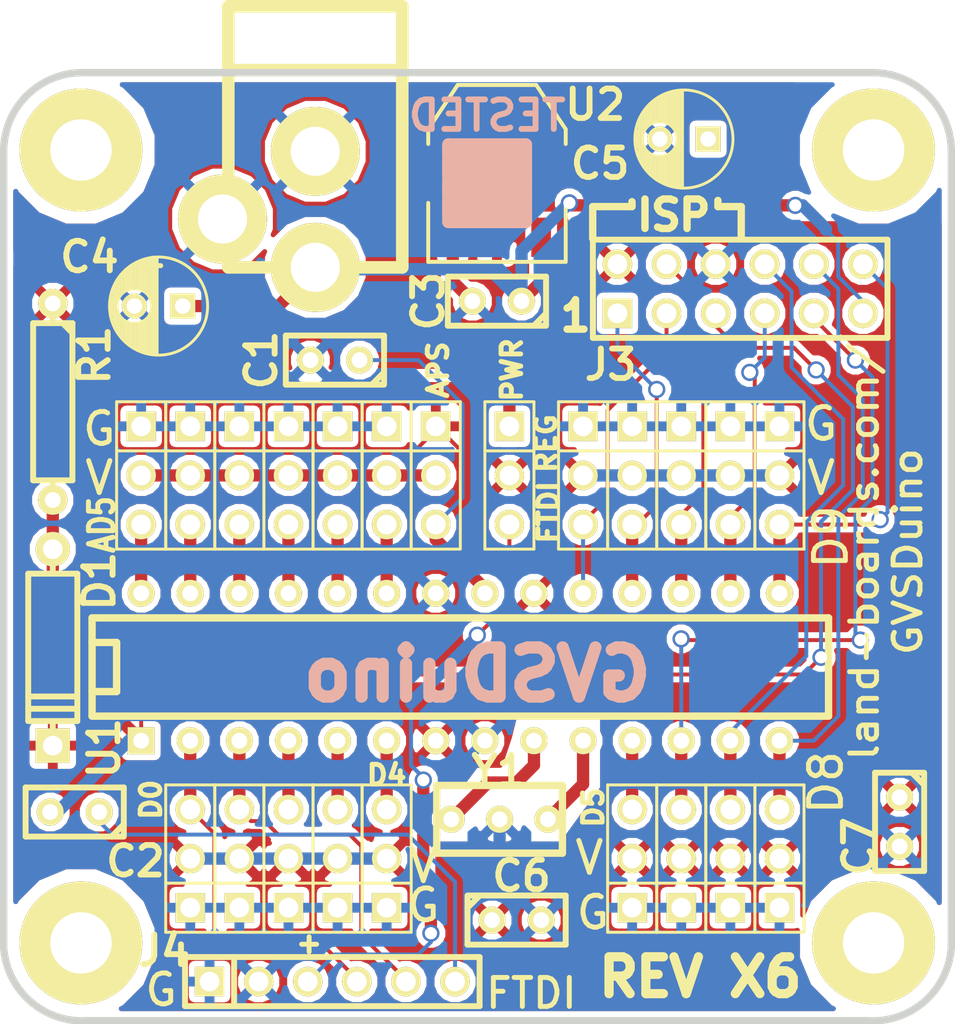
<source format=kicad_pcb>
(kicad_pcb (version 4) (host pcbnew "(after 2015-mar-04 BZR unknown)-product")
  (title_block (date "19 aug 2014"))
  (layers (0 Front signal) (31 Back signal) (36 B.SilkS user hide) (37 F.SilkS user) (38 B.Mask user) (39 F.Mask user) (44 Edge.Cuts user))
  (net 0 "")
  (net 1 +5V)
  (net 2 /AD0)
  (net 3 /AD1)
  (net 4 /AD2)
  (net 5 /AD3)
  (net 6 /AD4)
  (net 7 /AD5)
  (net 8 /AREF)
  (net 9 /D0)
  (net 10 /D1)
  (net 11 /D10)
  (net 12 /D11)
  (net 13 /D12)
  (net 14 /D13)
  (net 15 /D2)
  (net 16 /D3)
  (net 17 /D4)
  (net 18 /D5)
  (net 19 /D6)
  (net 20 /D7)
  (net 21 /D8)
  (net 22 /D9)
  (net 23 /RES0)
  (net 24 /RES1)
  (net 25 /RESET)
  (net 26 /VIN)
  (net 27 /VREG)
  (net 28 GND)
  (net 29 /FTDIRES)
  (net 30 "Net-(J1-Pad3)")
  (net 31 "Net-(K1-Pad2)")
  (module SOT223 (layer Front) (at 25.518 5.212)
    (fp_text reference U2 (at 5.08 -3.556) (layer F.SilkS) (effects (font (thickness 0.3048))))
    (fp_text value AP1117 hide)
    (pad 4 smd rect (at 0 -3.302) (size 3.6576 2.032) (layers Front F.Mask) (net 27 /VREG))
    (pad 2 smd rect (at 0 3.302) (size 1.016 2.032) (layers Front F.Mask) (net 27 /VREG))
    (pad 3 smd rect (at 2.286 3.302) (size 1.016 2.032) (layers Front F.Mask) (net 26 /VIN))
    (pad 1 smd rect (at -2.286 3.302) (size 1.016 2.032) (layers Front F.Mask) (net 28 GND))
  )
  (module C1 (layer Front) (at 25.518 11.816 180)
    (fp_text reference C3 (at 3.556 0 270) (layer F.SilkS) (effects (font (thickness 0.3048))))
    (fp_text value 0.1uF hide)
    (pad 1 thru_hole circle (at -1.27 0 180) (size 1.397 1.397) (drill 0.8128) (layers *.Cu *.Mask F.SilkS) (net 26 /VIN))
    (pad 2 thru_hole circle (at 1.27 0 180) (size 1.397 1.397) (drill 0.8128) (layers *.Cu *.Mask F.SilkS) (net 28 GND))
  )
  (module C1 (layer Front) (at 3.674 38.232 180)
    (fp_text reference C2 (at -3.144 -2.542 180) (layer F.SilkS) (effects (font (thickness 0.3048))))
    (fp_text value 0.1uF hide)
    (pad 1 thru_hole circle (at -1.27 0 180) (size 1.397 1.397) (drill 0.8128) (layers *.Cu *.Mask F.SilkS) (net 29 /FTDIRES))
    (pad 2 thru_hole circle (at 1.27 0 180) (size 1.397 1.397) (drill 0.8128) (layers *.Cu *.Mask F.SilkS) (net 25 /RESET))
  )
  (module C1 (layer Front) (at 17.136 14.864 180)
    (fp_text reference C1 (at 3.81 0 270) (layer F.SilkS) (effects (font (thickness 0.3048))))
    (fp_text value 0.1uF hide)
    (pad 1 thru_hole circle (at -1.27 0 180) (size 1.397 1.397) (drill 0.8128) (layers *.Cu *.Mask F.SilkS) (net 8 /AREF))
    (pad 2 thru_hole circle (at 1.27 0 180) (size 1.397 1.397) (drill 0.8128) (layers *.Cu *.Mask F.SilkS) (net 28 GND))
  )
  (module DIP-28__300 (layer Front) (at 23.622 30.734)
    (fp_text reference U1 (at -18.424 4.196 90) (layer F.SilkS) (effects (font (thickness 0.3048))))
    (fp_text value ATMEGA328-PU hide)
    (pad 2 thru_hole circle (at -13.97 3.81) (size 1.397 1.397) (drill 0.8128) (layers *.Cu *.Mask F.SilkS) (net 9 /D0))
    (pad 3 thru_hole circle (at -11.43 3.81) (size 1.397 1.397) (drill 0.8128) (layers *.Cu *.Mask F.SilkS) (net 10 /D1))
    (pad 4 thru_hole circle (at -8.89 3.81) (size 1.397 1.397) (drill 0.8128) (layers *.Cu *.Mask F.SilkS) (net 15 /D2))
    (pad 5 thru_hole circle (at -6.35 3.81) (size 1.397 1.397) (drill 0.8128) (layers *.Cu *.Mask F.SilkS) (net 16 /D3))
    (pad 6 thru_hole circle (at -3.81 3.81) (size 1.397 1.397) (drill 0.8128) (layers *.Cu *.Mask F.SilkS) (net 17 /D4))
    (pad 7 thru_hole circle (at -1.27 3.81) (size 1.397 1.397) (drill 0.8128) (layers *.Cu *.Mask F.SilkS) (net 1 +5V))
    (pad 8 thru_hole circle (at 1.27 3.81) (size 1.397 1.397) (drill 0.8128) (layers *.Cu *.Mask F.SilkS) (net 28 GND))
    (pad 9 thru_hole circle (at 3.81 3.81) (size 1.397 1.397) (drill 0.8128) (layers *.Cu *.Mask F.SilkS) (net 23 /RES0))
    (pad 10 thru_hole circle (at 6.35 3.81) (size 1.397 1.397) (drill 0.8128) (layers *.Cu *.Mask F.SilkS) (net 24 /RES1))
    (pad 11 thru_hole circle (at 8.89 3.81) (size 1.397 1.397) (drill 0.8128) (layers *.Cu *.Mask F.SilkS) (net 18 /D5))
    (pad 12 thru_hole circle (at 11.43 3.81) (size 1.397 1.397) (drill 0.8128) (layers *.Cu *.Mask F.SilkS) (net 19 /D6))
    (pad 13 thru_hole circle (at 13.97 3.81) (size 1.397 1.397) (drill 0.8128) (layers *.Cu *.Mask F.SilkS) (net 20 /D7))
    (pad 14 thru_hole circle (at 16.51 3.81) (size 1.397 1.397) (drill 0.8128) (layers *.Cu *.Mask F.SilkS) (net 21 /D8))
    (pad 1 thru_hole rect (at -16.51 3.81) (size 1.397 1.397) (drill 0.8128) (layers *.Cu *.Mask F.SilkS) (net 25 /RESET))
    (pad 15 thru_hole circle (at 16.51 -3.81) (size 1.397 1.397) (drill 0.8128) (layers *.Cu *.Mask F.SilkS) (net 22 /D9))
    (pad 16 thru_hole circle (at 13.97 -3.81) (size 1.397 1.397) (drill 0.8128) (layers *.Cu *.Mask F.SilkS) (net 11 /D10))
    (pad 17 thru_hole circle (at 11.43 -3.81) (size 1.397 1.397) (drill 0.8128) (layers *.Cu *.Mask F.SilkS) (net 12 /D11))
    (pad 18 thru_hole circle (at 8.89 -3.81) (size 1.397 1.397) (drill 0.8128) (layers *.Cu *.Mask F.SilkS) (net 13 /D12))
    (pad 19 thru_hole circle (at 6.35 -3.81) (size 1.397 1.397) (drill 0.8128) (layers *.Cu *.Mask F.SilkS) (net 14 /D13))
    (pad 20 thru_hole circle (at 3.81 -3.81) (size 1.397 1.397) (drill 0.8128) (layers *.Cu *.Mask F.SilkS) (net 1 +5V))
    (pad 21 thru_hole circle (at 1.27 -3.81) (size 1.397 1.397) (drill 0.8128) (layers *.Cu *.Mask F.SilkS) (net 8 /AREF))
    (pad 22 thru_hole circle (at -1.27 -3.81) (size 1.397 1.397) (drill 0.8128) (layers *.Cu *.Mask F.SilkS) (net 28 GND))
    (pad 23 thru_hole circle (at -3.81 -3.81) (size 1.397 1.397) (drill 0.8128) (layers *.Cu *.Mask F.SilkS) (net 2 /AD0))
    (pad 24 thru_hole circle (at -6.35 -3.81) (size 1.397 1.397) (drill 0.8128) (layers *.Cu *.Mask F.SilkS) (net 3 /AD1))
    (pad 25 thru_hole circle (at -8.89 -3.81) (size 1.397 1.397) (drill 0.8128) (layers *.Cu *.Mask F.SilkS) (net 4 /AD2))
    (pad 26 thru_hole circle (at -11.43 -3.81) (size 1.397 1.397) (drill 0.8128) (layers *.Cu *.Mask F.SilkS) (net 5 /AD3))
    (pad 27 thru_hole circle (at -13.97 -3.81) (size 1.397 1.397) (drill 0.8128) (layers *.Cu *.Mask F.SilkS) (net 6 /AD4))
    (pad 28 thru_hole circle (at -16.51 -3.81) (size 1.397 1.397) (drill 0.8128) (layers *.Cu *.Mask F.SilkS) (net 7 /AD5))
  )
  (module PIN_ARRAY-6X1 (layer Front) (at 17 47)
    (fp_text reference J4 (at -8.7 -1.6) (layer F.SilkS) (effects (font (thickness 0.3048))))
    (fp_text value CONN_6 hide)
    (pad 1 thru_hole rect (at -6.35 0) (size 1.524 1.524) (drill 1.016) (layers *.Cu *.Mask F.SilkS) (net 28 GND))
    (pad 2 thru_hole circle (at -3.81 0) (size 1.524 1.524) (drill 1.016) (layers *.Cu *.Mask F.SilkS) (net 28 GND))
    (pad 3 thru_hole circle (at -1.27 0) (size 1.524 1.524) (drill 1.016) (layers *.Cu *.Mask F.SilkS) (net 30 "Net-(J1-Pad3)"))
    (pad 4 thru_hole circle (at 1.27 0) (size 1.524 1.524) (drill 1.016) (layers *.Cu *.Mask F.SilkS) (net 9 /D0))
    (pad 5 thru_hole circle (at 3.81 0) (size 1.524 1.524) (drill 1.016) (layers *.Cu *.Mask F.SilkS) (net 10 /D1))
    (pad 6 thru_hole circle (at 6.35 0) (size 1.524 1.524) (drill 1.016) (layers *.Cu *.Mask F.SilkS) (net 29 /FTDIRES))
  )
  (module PIN_ARRAY_3X1 (layer Front) (at 19.812 40.64 90)
    (fp_text reference K11 hide)
    (fp_text value CONN_3 hide)
    (pad 1 thru_hole rect (at -2.54 0 90) (size 1.524 1.524) (drill 1.016) (layers *.Cu *.Mask F.SilkS) (net 28 GND))
    (pad 2 thru_hole circle (at 0 0 90) (size 1.524 1.524) (drill 1.016) (layers *.Cu *.Mask F.SilkS) (net 1 +5V))
    (pad 3 thru_hole circle (at 2.54 0 90) (size 1.524 1.524) (drill 1.016) (layers *.Cu *.Mask F.SilkS) (net 17 /D4))
  )
  (module PIN_ARRAY_3X1 (layer Front) (at 29.972 20.828 270)
    (fp_text reference K20 hide)
    (fp_text value CONN_3 hide)
    (pad 1 thru_hole rect (at -2.54 0 270) (size 1.524 1.524) (drill 1.016) (layers *.Cu *.Mask F.SilkS) (net 28 GND))
    (pad 2 thru_hole circle (at 0 0 270) (size 1.524 1.524) (drill 1.016) (layers *.Cu *.Mask F.SilkS) (net 1 +5V))
    (pad 3 thru_hole circle (at 2.54 0 270) (size 1.524 1.524) (drill 1.016) (layers *.Cu *.Mask F.SilkS) (net 14 /D13))
  )
  (module PIN_ARRAY_3X1 (layer Front) (at 32.512 20.828 270)
    (fp_text reference K19 hide)
    (fp_text value CONN_3 hide)
    (pad 1 thru_hole rect (at -2.54 0 270) (size 1.524 1.524) (drill 1.016) (layers *.Cu *.Mask F.SilkS) (net 28 GND))
    (pad 2 thru_hole circle (at 0 0 270) (size 1.524 1.524) (drill 1.016) (layers *.Cu *.Mask F.SilkS) (net 1 +5V))
    (pad 3 thru_hole circle (at 2.54 0 270) (size 1.524 1.524) (drill 1.016) (layers *.Cu *.Mask F.SilkS) (net 13 /D12))
  )
  (module PIN_ARRAY_3X1 (layer Front) (at 35.052 20.828 270)
    (fp_text reference K18 hide)
    (fp_text value CONN_3 hide)
    (pad 1 thru_hole rect (at -2.54 0 270) (size 1.524 1.524) (drill 1.016) (layers *.Cu *.Mask F.SilkS) (net 28 GND))
    (pad 2 thru_hole circle (at 0 0 270) (size 1.524 1.524) (drill 1.016) (layers *.Cu *.Mask F.SilkS) (net 1 +5V))
    (pad 3 thru_hole circle (at 2.54 0 270) (size 1.524 1.524) (drill 1.016) (layers *.Cu *.Mask F.SilkS) (net 12 /D11))
  )
  (module PIN_ARRAY_3X1 (layer Front) (at 37.592 20.828 270)
    (fp_text reference K17 hide)
    (fp_text value CONN_3 hide)
    (pad 1 thru_hole rect (at -2.54 0 270) (size 1.524 1.524) (drill 1.016) (layers *.Cu *.Mask F.SilkS) (net 28 GND))
    (pad 2 thru_hole circle (at 0 0 270) (size 1.524 1.524) (drill 1.016) (layers *.Cu *.Mask F.SilkS) (net 1 +5V))
    (pad 3 thru_hole circle (at 2.54 0 270) (size 1.524 1.524) (drill 1.016) (layers *.Cu *.Mask F.SilkS) (net 11 /D10))
  )
  (module PIN_ARRAY_3X1 (layer Front) (at 40.132 20.828 270)
    (fp_text reference K16 hide)
    (fp_text value CONN_3 hide)
    (pad 1 thru_hole rect (at -2.54 0 270) (size 1.524 1.524) (drill 1.016) (layers *.Cu *.Mask F.SilkS) (net 28 GND))
    (pad 2 thru_hole circle (at 0 0 270) (size 1.524 1.524) (drill 1.016) (layers *.Cu *.Mask F.SilkS) (net 1 +5V))
    (pad 3 thru_hole circle (at 2.54 0 270) (size 1.524 1.524) (drill 1.016) (layers *.Cu *.Mask F.SilkS) (net 22 /D9))
  )
  (module PIN_ARRAY_3X1 (layer Front) (at 40.132 40.64 90)
    (fp_text reference K15 hide)
    (fp_text value CONN_3 hide)
    (pad 1 thru_hole rect (at -2.54 0 90) (size 1.524 1.524) (drill 1.016) (layers *.Cu *.Mask F.SilkS) (net 28 GND))
    (pad 2 thru_hole circle (at 0 0 90) (size 1.524 1.524) (drill 1.016) (layers *.Cu *.Mask F.SilkS) (net 1 +5V))
    (pad 3 thru_hole circle (at 2.54 0 90) (size 1.524 1.524) (drill 1.016) (layers *.Cu *.Mask F.SilkS) (net 21 /D8))
  )
  (module PIN_ARRAY_3X1 (layer Front) (at 37.592 40.64 90)
    (fp_text reference K14 hide)
    (fp_text value CONN_3 hide)
    (pad 1 thru_hole rect (at -2.54 0 90) (size 1.524 1.524) (drill 1.016) (layers *.Cu *.Mask F.SilkS) (net 28 GND))
    (pad 2 thru_hole circle (at 0 0 90) (size 1.524 1.524) (drill 1.016) (layers *.Cu *.Mask F.SilkS) (net 1 +5V))
    (pad 3 thru_hole circle (at 2.54 0 90) (size 1.524 1.524) (drill 1.016) (layers *.Cu *.Mask F.SilkS) (net 20 /D7))
  )
  (module PIN_ARRAY_3X1 (layer Front) (at 35.052 40.64 90)
    (fp_text reference K13 hide)
    (fp_text value CONN_3 hide)
    (pad 1 thru_hole rect (at -2.54 0 90) (size 1.524 1.524) (drill 1.016) (layers *.Cu *.Mask F.SilkS) (net 28 GND))
    (pad 2 thru_hole circle (at 0 0 90) (size 1.524 1.524) (drill 1.016) (layers *.Cu *.Mask F.SilkS) (net 1 +5V))
    (pad 3 thru_hole circle (at 2.54 0 90) (size 1.524 1.524) (drill 1.016) (layers *.Cu *.Mask F.SilkS) (net 19 /D6))
  )
  (module PIN_ARRAY_3X1 (layer Front) (at 32.512 40.64 90)
    (fp_text reference K12 hide)
    (fp_text value CONN_3 hide)
    (pad 1 thru_hole rect (at -2.54 0 90) (size 1.524 1.524) (drill 1.016) (layers *.Cu *.Mask F.SilkS) (net 28 GND))
    (pad 2 thru_hole circle (at 0 0 90) (size 1.524 1.524) (drill 1.016) (layers *.Cu *.Mask F.SilkS) (net 1 +5V))
    (pad 3 thru_hole circle (at 2.54 0 90) (size 1.524 1.524) (drill 1.016) (layers *.Cu *.Mask F.SilkS) (net 18 /D5))
  )
  (module PIN_ARRAY_3X1 (layer Front) (at 19.812 20.828 270)
    (fp_text reference K1 hide)
    (fp_text value CONN_3 hide)
    (pad 1 thru_hole rect (at -2.54 0 270) (size 1.524 1.524) (drill 1.016) (layers *.Cu *.Mask F.SilkS) (net 28 GND))
    (pad 2 thru_hole circle (at 0 0 270) (size 1.524 1.524) (drill 1.016) (layers *.Cu *.Mask F.SilkS) (net 31 "Net-(K1-Pad2)"))
    (pad 3 thru_hole circle (at 2.54 0 270) (size 1.524 1.524) (drill 1.016) (layers *.Cu *.Mask F.SilkS) (net 2 /AD0))
  )
  (module PIN_ARRAY_3X1 (layer Front) (at 17.272 40.64 90)
    (fp_text reference K10 hide)
    (fp_text value CONN_3 hide)
    (pad 1 thru_hole rect (at -2.54 0 90) (size 1.524 1.524) (drill 1.016) (layers *.Cu *.Mask F.SilkS) (net 28 GND))
    (pad 2 thru_hole circle (at 0 0 90) (size 1.524 1.524) (drill 1.016) (layers *.Cu *.Mask F.SilkS) (net 1 +5V))
    (pad 3 thru_hole circle (at 2.54 0 90) (size 1.524 1.524) (drill 1.016) (layers *.Cu *.Mask F.SilkS) (net 16 /D3))
  )
  (module PIN_ARRAY_3X1 (layer Front) (at 14.732 40.64 90)
    (fp_text reference K9 hide)
    (fp_text value CONN_3 hide)
    (pad 1 thru_hole rect (at -2.54 0 90) (size 1.524 1.524) (drill 1.016) (layers *.Cu *.Mask F.SilkS) (net 28 GND))
    (pad 2 thru_hole circle (at 0 0 90) (size 1.524 1.524) (drill 1.016) (layers *.Cu *.Mask F.SilkS) (net 1 +5V))
    (pad 3 thru_hole circle (at 2.54 0 90) (size 1.524 1.524) (drill 1.016) (layers *.Cu *.Mask F.SilkS) (net 15 /D2))
  )
  (module PIN_ARRAY_3X1 (layer Front) (at 12.192 40.64 90)
    (fp_text reference K8 hide)
    (fp_text value CONN_3 hide)
    (pad 1 thru_hole rect (at -2.54 0 90) (size 1.524 1.524) (drill 1.016) (layers *.Cu *.Mask F.SilkS) (net 28 GND))
    (pad 2 thru_hole circle (at 0 0 90) (size 1.524 1.524) (drill 1.016) (layers *.Cu *.Mask F.SilkS) (net 1 +5V))
    (pad 3 thru_hole circle (at 2.54 0 90) (size 1.524 1.524) (drill 1.016) (layers *.Cu *.Mask F.SilkS) (net 10 /D1))
  )
  (module PIN_ARRAY_3X1 (layer Front) (at 9.652 40.64 90)
    (fp_text reference K7 hide)
    (fp_text value CONN_3 hide)
    (pad 1 thru_hole rect (at -2.54 0 90) (size 1.524 1.524) (drill 1.016) (layers *.Cu *.Mask F.SilkS) (net 28 GND))
    (pad 2 thru_hole circle (at 0 0 90) (size 1.524 1.524) (drill 1.016) (layers *.Cu *.Mask F.SilkS) (net 1 +5V))
    (pad 3 thru_hole circle (at 2.54 0 90) (size 1.524 1.524) (drill 1.016) (layers *.Cu *.Mask F.SilkS) (net 9 /D0))
  )
  (module PIN_ARRAY_3X1 (layer Front) (at 7.112 20.828 270)
    (fp_text reference K6 hide)
    (fp_text value CONN_3 hide)
    (pad 1 thru_hole rect (at -2.54 0 270) (size 1.524 1.524) (drill 1.016) (layers *.Cu *.Mask F.SilkS) (net 28 GND))
    (pad 2 thru_hole circle (at 0 0 270) (size 1.524 1.524) (drill 1.016) (layers *.Cu *.Mask F.SilkS) (net 31 "Net-(K1-Pad2)"))
    (pad 3 thru_hole circle (at 2.54 0 270) (size 1.524 1.524) (drill 1.016) (layers *.Cu *.Mask F.SilkS) (net 7 /AD5))
  )
  (module PIN_ARRAY_3X1 (layer Front) (at 9.652 20.828 270)
    (fp_text reference K5 hide)
    (fp_text value CONN_3 hide)
    (pad 1 thru_hole rect (at -2.54 0 270) (size 1.524 1.524) (drill 1.016) (layers *.Cu *.Mask F.SilkS) (net 28 GND))
    (pad 2 thru_hole circle (at 0 0 270) (size 1.524 1.524) (drill 1.016) (layers *.Cu *.Mask F.SilkS) (net 31 "Net-(K1-Pad2)"))
    (pad 3 thru_hole circle (at 2.54 0 270) (size 1.524 1.524) (drill 1.016) (layers *.Cu *.Mask F.SilkS) (net 6 /AD4))
  )
  (module PIN_ARRAY_3X1 (layer Front) (at 12.192 20.828 270)
    (fp_text reference K4 hide)
    (fp_text value CONN_3 hide)
    (pad 1 thru_hole rect (at -2.54 0 270) (size 1.524 1.524) (drill 1.016) (layers *.Cu *.Mask F.SilkS) (net 28 GND))
    (pad 2 thru_hole circle (at 0 0 270) (size 1.524 1.524) (drill 1.016) (layers *.Cu *.Mask F.SilkS) (net 31 "Net-(K1-Pad2)"))
    (pad 3 thru_hole circle (at 2.54 0 270) (size 1.524 1.524) (drill 1.016) (layers *.Cu *.Mask F.SilkS) (net 5 /AD3))
  )
  (module PIN_ARRAY_3X1 (layer Front) (at 14.732 20.828 270)
    (fp_text reference K3 hide)
    (fp_text value CONN_3 hide)
    (pad 1 thru_hole rect (at -2.54 0 270) (size 1.524 1.524) (drill 1.016) (layers *.Cu *.Mask F.SilkS) (net 28 GND))
    (pad 2 thru_hole circle (at 0 0 270) (size 1.524 1.524) (drill 1.016) (layers *.Cu *.Mask F.SilkS) (net 31 "Net-(K1-Pad2)"))
    (pad 3 thru_hole circle (at 2.54 0 270) (size 1.524 1.524) (drill 1.016) (layers *.Cu *.Mask F.SilkS) (net 4 /AD2))
  )
  (module PIN_ARRAY_3X1 (layer Front) (at 17.272 20.828 270)
    (fp_text reference K2 hide)
    (fp_text value CONN_3 hide)
    (pad 1 thru_hole rect (at -2.54 0 270) (size 1.524 1.524) (drill 1.016) (layers *.Cu *.Mask F.SilkS) (net 28 GND))
    (pad 2 thru_hole circle (at 0 0 270) (size 1.524 1.524) (drill 1.016) (layers *.Cu *.Mask F.SilkS) (net 31 "Net-(K1-Pad2)"))
    (pad 3 thru_hole circle (at 2.54 0 270) (size 1.524 1.524) (drill 1.016) (layers *.Cu *.Mask F.SilkS) (net 3 /AD1))
  )
  (module D4 (layer Front) (at 2.54 29.718 270)
    (fp_text reference D1 (at -3.424 -2.404 270) (layer F.SilkS) (effects (font (thickness 0.3048))))
    (fp_text value 1N4004 hide)
    (pad 1 thru_hole circle (at -5.08 0 270) (size 1.778 1.778) (drill 1.016) (layers *.Cu *.Mask F.SilkS) (net 25 /RESET))
    (pad 2 thru_hole rect (at 5.08 0 270) (size 1.778 1.778) (drill 1.016) (layers *.Cu *.Mask F.SilkS) (net 1 +5V))
  )
  (module R4 (layer Front) (at 2.54 17.018 270)
    (fp_text reference R1 (at -2.408 -2.15 270) (layer F.SilkS) (effects (font (thickness 0.3048))))
    (fp_text value 10K hide)
    (pad 1 thru_hole circle (at -5.08 0 270) (size 1.524 1.524) (drill 0.8128) (layers *.Cu *.Mask F.SilkS) (net 1 +5V))
    (pad 2 thru_hole circle (at 5.08 0 270) (size 1.524 1.524) (drill 0.8128) (layers *.Cu *.Mask F.SilkS) (net 25 /RESET))
  )
  (module PIN_ARRAY_3X1 (layer Front) (at 22.352 20.828 270)
    (fp_text reference K21 hide)
    (fp_text value CONN_3 hide)
    (pad 1 thru_hole rect (at -2.54 0 270) (size 1.524 1.524) (drill 1.016) (layers *.Cu *.Mask F.SilkS) (net 1 +5V))
    (pad 2 thru_hole circle (at 0 0 270) (size 1.524 1.524) (drill 1.016) (layers *.Cu *.Mask F.SilkS) (net 31 "Net-(K1-Pad2)"))
    (pad 3 thru_hole circle (at 2.54 0 270) (size 1.524 1.524) (drill 1.016) (layers *.Cu *.Mask F.SilkS) (net 8 /AREF))
  )
  (module PIN_ARRAY_3X1 (layer Front) (at 26.162 20.828 270)
    (fp_text reference J1 hide)
    (fp_text value CONN_3 hide)
    (pad 1 thru_hole rect (at -2.54 0 270) (size 1.524 1.524) (drill 1.016) (layers *.Cu *.Mask F.SilkS) (net 27 /VREG))
    (pad 2 thru_hole circle (at 0 0 270) (size 1.524 1.524) (drill 1.016) (layers *.Cu *.Mask F.SilkS) (net 1 +5V))
    (pad 3 thru_hole circle (at 2.54 0 270) (size 1.524 1.524) (drill 1.016) (layers *.Cu *.Mask F.SilkS) (net 30 "Net-(J1-Pad3)"))
  )
  (module RESON_3PIN (layer Front) (at 25.654 38.608 270)
    (fp_text reference Y1 (at -2.49936 0.0508 360) (layer F.SilkS) (effects (font (thickness 0.3048))))
    (fp_text value 16MHz hide)
    (pad 3 thru_hole circle (at 0 -2.49936) (size 1.397 1.397) (drill 0.8128) (layers *.Cu *.Mask F.SilkS) (net 24 /RES1))
    (pad 1 thru_hole circle (at 0 2.49936) (size 1.397 1.397) (drill 0.8128) (layers *.Cu *.Mask F.SilkS) (net 23 /RES0))
    (pad 2 thru_hole circle (at 0 0) (size 1.397 1.397) (drill 0.8128) (layers *.Cu *.Mask F.SilkS) (net 28 GND))
  )
  (module pin_array_6x2 (layer Front) (at 38.1 11.176)
    (fp_text reference J3 (at -6.7 3.924) (layer F.SilkS) (effects (font (thickness 0.3048))))
    (fp_text value CONN_6X2 hide)
    (pad 1 thru_hole rect (at -6.35 1.27) (size 1.524 1.524) (drill 1.016) (layers *.Cu *.Mask F.SilkS) (net 13 /D12))
    (pad 2 thru_hole circle (at -6.35 -1.27) (size 1.524 1.524) (drill 1.016) (layers *.Cu *.Mask F.SilkS) (net 1 +5V))
    (pad 3 thru_hole circle (at -3.81 1.27) (size 1.524 1.524) (drill 1.016) (layers *.Cu *.Mask F.SilkS) (net 14 /D13))
    (pad 4 thru_hole circle (at -3.81 -1.27) (size 1.524 1.524) (drill 1.016) (layers *.Cu *.Mask F.SilkS) (net 12 /D11))
    (pad 5 thru_hole circle (at -1.27 1.27) (size 1.524 1.524) (drill 1.016) (layers *.Cu *.Mask F.SilkS) (net 25 /RESET))
    (pad 6 thru_hole circle (at -1.27 -1.27) (size 1.524 1.524) (drill 1.016) (layers *.Cu *.Mask F.SilkS) (net 28 GND))
    (pad 7 thru_hole circle (at 1.27 1.27) (size 1.524 1.524) (drill 1.016) (layers *.Cu *.Mask F.SilkS) (net 11 /D10))
    (pad 8 thru_hole circle (at 1.27 -1.27) (size 1.524 1.524) (drill 1.016) (layers *.Cu *.Mask F.SilkS) (net 20 /D7))
    (pad 9 thru_hole circle (at 3.81 1.27) (size 1.524 1.524) (drill 1.016) (layers *.Cu *.Mask F.SilkS) (net 19 /D6))
    (pad 10 thru_hole circle (at 3.81 -1.27) (size 1.524 1.524) (drill 1.016) (layers *.Cu *.Mask F.SilkS) (net 21 /D8))
    (pad 11 thru_hole circle (at 6.35 1.27) (size 1.524 1.524) (drill 1.016) (layers *.Cu *.Mask F.SilkS) (net 26 /VIN))
    (pad 12 thru_hole circle (at 6.35 -1.27) (size 1.524 1.524) (drill 1.016) (layers *.Cu *.Mask F.SilkS) (net 22 /D9))
  )
  (module C1 (layer Front) (at 26.534 43.82)
    (fp_text reference C6 (at 0.254 -2.286) (layer F.SilkS) (effects (font (thickness 0.3048))))
    (fp_text value 0.1uF hide)
    (pad 1 thru_hole circle (at -1.27 0) (size 1.397 1.397) (drill 0.8128) (layers *.Cu *.Mask F.SilkS) (net 1 +5V))
    (pad 2 thru_hole circle (at 1.27 0) (size 1.397 1.397) (drill 0.8128) (layers *.Cu *.Mask F.SilkS) (net 28 GND))
  )
  (module C1 (layer Front) (at 46.346 38.74 270)
    (fp_text reference C7 (at 1.27 2.0955 270) (layer F.SilkS) (effects (font (thickness 0.3048))))
    (fp_text value 0.1uF hide)
    (pad 1 thru_hole circle (at -1.27 0 270) (size 1.397 1.397) (drill 0.8128) (layers *.Cu *.Mask F.SilkS) (net 1 +5V))
    (pad 2 thru_hole circle (at 1.27 0 270) (size 1.397 1.397) (drill 0.8128) (layers *.Cu *.Mask F.SilkS) (net 28 GND))
  )
  (module MTG-4-40 (layer Front) (at 4 4)
    (fp_text reference MTG1 hide)
    (fp_text value CONN_1 hide)
    (pad 1 thru_hole circle (at 0 0) (size 6.35 6.35) (drill 3.175) (layers *.Cu *.Mask F.SilkS) (clearance 0.635))
  )
  (module MTG-4-40 (layer Front) (at 45 4)
    (fp_text reference MTG2 hide)
    (fp_text value CONN_1 hide)
    (pad 1 thru_hole circle (at 0 0) (size 6.35 6.35) (drill 3.175) (layers *.Cu *.Mask F.SilkS) (clearance 0.635))
  )
  (module MTG-4-40 (layer Front) (at 45 45)
    (fp_text reference MTG4 hide)
    (fp_text value CONN_1 hide)
    (pad 1 thru_hole circle (at 0 0) (size 6.35 6.35) (drill 3.175) (layers *.Cu *.Mask F.SilkS) (clearance 0.635))
  )
  (module MTG-4-40 (layer Front) (at 4 45)
    (fp_text reference MTG3 hide)
    (fp_text value CONN_1 hide)
    (pad 1 thru_hole circle (at 0 0) (size 6.35 6.35) (drill 3.175) (layers *.Cu *.Mask F.SilkS) (clearance 0.635))
  )
  (module DougsNewMods:TEST_BLK-REAR (layer Front) (at 25.01 5.72)
    (fp_text reference TESTED (at 0 -3.5) (layer B.SilkS) (effects (font (thickness 0.3048)) (justify mirror)))
    (fp_text value VAL** hide)
  )
  (module Capacitors_ThroughHole:C_Radial_D5_L11_P2.5 (layer Front) (at 9.262 12.07 180)
    (fp_text reference C4 (at 4.826 2.54 180) (layer F.SilkS) (effects (font (thickness 0.3048))))
    (fp_text value CP1 hide)
    (pad 1 thru_hole rect (at 0 0 180) (size 1.3 1.3) (drill 0.8) (layers *.Cu *.Mask F.SilkS) (net 26 /VIN))
    (pad 2 thru_hole circle (at 2.5 0 180) (size 1.3 1.3) (drill 0.8) (layers *.Cu *.Mask F.SilkS) (net 28 GND))
  )
  (module Capacitors_ThroughHole:C_Radial_D5_L11_P2.5 (layer Front) (at 36.44 3.434 180)
    (fp_text reference C5 (at 5.588 -1.27 180) (layer F.SilkS) (effects (font (thickness 0.3048))))
    (fp_text value CP1 hide)
    (pad 1 thru_hole rect (at 0 0 180) (size 1.3 1.3) (drill 0.8) (layers *.Cu *.Mask F.SilkS))
    (pad 2 thru_hole circle (at 2.5 0 180) (size 1.3 1.3) (drill 0.8) (layers *.Cu *.Mask F.SilkS) (net 28 GND))
  )
  (module DCJ-NEW (layer Front) (at 16.12 4.069 270)
    (fp_text reference J2 hide)
    (fp_text value DCJ0202 hide)
    (pad 2 thru_hole circle (at 0 0 270) (size 4.6 4.6) (drill 2.54) (layers *.Cu *.Mask F.SilkS) (net 28 GND))
    (pad 1 thru_hole circle (at 6 0 270) (size 4.6 4.6) (drill 2.54) (layers *.Cu *.Mask F.SilkS) (net 26 /VIN))
    (pad 3 thru_hole circle (at 3.5 4.8 270) (size 4.6 4.6) (drill 2.54) (layers *.Cu *.Mask F.SilkS) (net 28 GND))
  )
  (gr_text V (at 21.708 41.026) (layer F.SilkS) (effects (font (size 1.651 1.651) (thickness 0.254))))
  (gr_text G (at 21.708 43.058) (layer F.SilkS) (effects (font (size 1.651 1.651) (thickness 0.254))))
  (gr_text V (at 4.944 20.96) (layer F.SilkS) (effects (font (size 1.651 1.651) (thickness 0.254))))
  (gr_text G (at 4.944 18.42) (layer F.SilkS) (effects (font (size 1.651 1.651) (thickness 0.254))))
  (gr_text V (at 42.282 20.96) (layer F.SilkS) (effects (font (size 1.651 1.651) (thickness 0.254))))
  (gr_text G (at 42.282 18.166) (layer F.SilkS) (effects (font (size 1.651 1.651) (thickness 0.254))))
  (gr_text PWR (at 26.289 15.367 90) (layer F.SilkS) (effects (font (size 1.016 1.016) (thickness 0.254))))
  (gr_text 1 (at 29.582 12.578) (layer F.SilkS) (effects (font (thickness 0.381))))
  (gr_line (start 32.503 6.736) (end 32.503 6.6725) (angle 90) (layer F.SilkS) (width 0.381))
  (gr_line (start 36.948 6.9265) (end 36.948 6.609) (angle 90) (layer F.SilkS) (width 0.381))
  (gr_line (start 38.1545 6.9265) (end 36.948 6.9265) (angle 90) (layer F.SilkS) (width 0.381))
  (gr_line (start 38.1545 8.5775) (end 38.1545 6.9265) (angle 90) (layer F.SilkS) (width 0.381))
  (gr_line (start 32.503 6.9265) (end 32.503 6.7995) (angle 90) (layer F.SilkS) (width 0.381))
  (gr_line (start 30.471 6.9265) (end 32.503 6.9265) (angle 90) (layer F.SilkS) (width 0.381))
  (gr_line (start 30.471 8.5775) (end 30.471 6.9265) (angle 90) (layer F.SilkS) (width 0.381))
  (gr_text APS (at 22.47 15.372 90) (layer F.SilkS) (effects (font (size 1.016 1.016) (thickness 0.254))))
  (gr_text GVSDuino (at 24.502 31.12) (layer B.SilkS) (effects (font (size 2.54 2.54) (thickness 0.635)) (justify mirror)))
  (gr_text "REV X6" (at 36.0336 46.7664) (layer F.SilkS) (effects (font (size 1.905 1.905) (thickness 0.47625))))
  (gr_text ISP (at 34.662 7.371) (layer F.SilkS) (effects (font (thickness 0.381))))
  (gr_text + (at 7.738 9.911) (layer F.SilkS) (effects (font (size 1.016 1.016) (thickness 0.254))))
  (gr_text V (at 30.3 40.6) (layer F.SilkS) (effects (font (size 1.651 1.651) (thickness 0.254))))
  (gr_text D8 (at 42.536 36.708 90) (layer F.SilkS) (effects (font (size 1.651 1.651) (thickness 0.254))))
  (gr_text "land-boards.com/\nGVSDuino" (at 45.6475 24.77 90) (layer F.SilkS) (effects (font (size 1.397 1.524) (thickness 0.254))))
  (gr_text FTDI (at 28.194 22.733 90) (layer F.SilkS) (effects (font (size 1.016 1.016) (thickness 0.254))))
  (gr_text REG (at 28.067 19.177 90) (layer F.SilkS) (effects (font (size 1.016 1.016) (thickness 0.254))))
  (gr_line (start 44.704 49.022) (end 4.318 49.022) (angle 90) (layer Edge.Cuts) (width 0.381))
  (gr_line (start 49.022 4.064) (end 49.022 45.212) (angle 90) (layer Edge.Cuts) (width 0.381))
  (gr_line (start 4.064 0) (end 44.958 0) (angle 90) (layer Edge.Cuts) (width 0.381))
  (gr_line (start 0 45.212) (end 0 4.064) (angle 90) (layer Edge.Cuts) (width 0.381))
  (gr_arc (start 4.064 44.958) (end 4.318 49.022) (angle 90) (layer Edge.Cuts) (width 0.381))
  (gr_arc (start 44.958 44.958) (end 49.022 45.212) (angle 90) (layer Edge.Cuts) (width 0.381))
  (gr_arc (start 44.958 4.064) (end 44.958 0) (angle 90) (layer Edge.Cuts) (width 0.381))
  (gr_arc (start 4.064 4.064) (end 0 4.064) (angle 90) (layer Edge.Cuts) (width 0.381))
  (gr_text D4 (at 19.812 36.322) (layer F.SilkS) (effects (font (size 1.016 1.016) (thickness 0.254))))
  (gr_text G (at 8.1444 47.4268) (layer F.SilkS) (effects (font (size 1.6 1.6) (thickness 0.254))))
  (gr_text D5 (at 30.5 38 90) (layer F.SilkS) (effects (font (size 1.016 1.016) (thickness 0.254))))
  (gr_text + (at 15.8 45) (layer F.SilkS) (effects (font (size 1.016 1.016) (thickness 0.254))))
  (gr_text G (at 30.48 43.434) (layer F.SilkS) (effects (font (size 1.651 1.651) (thickness 0.254))))
  (gr_text D0 (at 7.62 37.592 90) (layer F.SilkS) (effects (font (size 1.016 1.016) (thickness 0.254))))
  (gr_text D9 (at 42.79 24.008 90) (layer F.SilkS) (effects (font (size 1.651 1.651) (thickness 0.254))))
  (gr_text AD5 (at 5.08 23.368 90) (layer F.SilkS) (effects (font (size 1.27 1.016) (thickness 0.254))))
  (gr_text FTDI (at 27.296 47.6046) (layer F.SilkS) (effects (font (size 1.5 1.5) (thickness 0.254))))
  (segment (start 32.512 20.828) (end 29.972 20.828) (width 0.635) (layer Back) (net 1))
  (segment (start 35.052 20.828) (end 32.512 20.828) (width 0.635) (layer Back) (net 1))
  (segment (start 37.592 20.828) (end 35.052 20.828) (width 0.635) (layer Back) (net 1))
  (segment (start 40.132 20.828) (end 37.592 20.828) (width 0.635) (layer Back) (net 1))
  (segment (start 17.272 40.64) (end 19.812 40.64) (width 0.635) (layer Back) (net 1))
  (segment (start 14.732 40.64) (end 17.272 40.64) (width 0.635) (layer Back) (net 1))
  (segment (start 12.192 40.64) (end 14.732 40.64) (width 0.635) (layer Back) (net 1))
  (segment (start 9.652 40.64) (end 12.192 40.64) (width 0.635) (layer Back) (net 1))
  (segment (start 22.352 18.4745) (end 21.2 19.6265) (width 0.2032) (layer Front) (net 1))
  (segment (start 22.352 18.288) (end 22.352 18.4745) (width 0.2032) (layer Front) (net 1))
  (segment (start 22.4015 18.288) (end 23.74 19.6265) (width 0.2032) (layer Front) (net 1))
  (segment (start 22.352 18.288) (end 22.4015 18.288) (width 0.2032) (layer Front) (net 1))
  (segment (start 19.812 26.924) (end 19.812 23.368) (width 0.635) (layer Front) (net 2))
  (segment (start 17.272 26.924) (end 17.272 23.368) (width 0.635) (layer Front) (net 3))
  (segment (start 14.732 26.924) (end 14.732 23.368) (width 0.635) (layer Front) (net 4))
  (segment (start 12.192 26.924) (end 12.192 23.368) (width 0.635) (layer Front) (net 5))
  (segment (start 9.652 26.924) (end 9.652 23.368) (width 0.635) (layer Front) (net 6))
  (segment (start 7.112 26.924) (end 7.112 23.368) (width 0.635) (layer Front) (net 7))
  (segment (start 24.892 26.684) (end 22.352 24.144) (width 0.635) (layer Front) (net 8))
  (segment (start 22.352 24.144) (end 22.352 23.368) (width 0.635) (layer Front) (net 8))
  (segment (start 24.892 26.924) (end 24.892 26.684) (width 0.635) (layer Front) (net 8))
  (segment (start 22.352 23.364) (end 23.74 21.976) (width 0.2032) (layer Back) (net 8))
  (segment (start 23.74 21.976) (end 23.74 17.15) (width 0.2032) (layer Back) (net 8))
  (segment (start 23.74 17.15) (end 21.454 14.864) (width 0.2032) (layer Back) (net 8))
  (segment (start 21.454 14.864) (end 18.406 14.864) (width 0.2032) (layer Back) (net 8))
  (segment (start 22.352 23.368) (end 22.352 23.364) (width 0.2032) (layer Back) (net 8))
  (segment (start 18.27 46.87) (end 16.6 45.2) (width 0.2032) (layer Front) (net 9))
  (segment (start 16.6 45.2) (end 11.7 45.2) (width 0.2032) (layer Front) (net 9))
  (segment (start 11.7 45.2) (end 10.9 44.4) (width 0.2032) (layer Front) (net 9))
  (segment (start 10.9 44.4) (end 10.9 39.348) (width 0.2032) (layer Front) (net 9))
  (segment (start 10.9 39.348) (end 9.652 38.1) (width 0.2032) (layer Front) (net 9))
  (segment (start 18.27 47) (end 18.27 46.87) (width 0.2032) (layer Front) (net 9))
  (segment (start 9.652 38.1) (end 9.652 34.544) (width 0.635) (layer Front) (net 9))
  (segment (start 20.81 46.91) (end 18.5 44.6) (width 0.2032) (layer Front) (net 10))
  (segment (start 18.5 44.6) (end 18.5 40) (width 0.2032) (layer Front) (net 10))
  (segment (start 18.5 40) (end 17.9 39.4) (width 0.2032) (layer Front) (net 10))
  (segment (start 17.9 39.4) (end 14.2 39.4) (width 0.2032) (layer Front) (net 10))
  (segment (start 14.2 39.4) (end 13.5 38.7) (width 0.2032) (layer Front) (net 10))
  (segment (start 13.5 38.7) (end 12.792 38.7) (width 0.2032) (layer Front) (net 10))
  (segment (start 12.792 38.7) (end 12.192 38.1) (width 0.2032) (layer Front) (net 10))
  (segment (start 20.81 47) (end 20.81 46.91) (width 0.2032) (layer Front) (net 10))
  (segment (start 12.192 38.1) (end 12.192 34.544) (width 0.635) (layer Front) (net 10))
  (segment (start 37.592 23.368) (end 37.592 26.924) (width 0.635) (layer Front) (net 11))
  (segment (start 37.592 22.983) (end 38.853 21.722) (width 0.2032) (layer Front) (net 11))
  (segment (start 38.853 21.722) (end 38.853 15.753) (width 0.2032) (layer Front) (net 11))
  (segment (start 38.853 15.753) (end 38.599 15.499) (width 0.2032) (layer Front) (net 11))
  (via (at 38.599 15.499) (size 0.889) (layers Front Back) (net 11))
  (segment (start 38.599 15.499) (end 39.37 14.728) (width 0.2032) (layer Back) (net 11))
  (segment (start 39.37 14.728) (end 39.37 12.446) (width 0.2032) (layer Back) (net 11))
  (segment (start 37.592 23.368) (end 37.592 22.983) (width 0.2032) (layer Front) (net 11))
  (segment (start 35.56 12.832) (end 35.56 11.176) (width 0.2032) (layer Front) (net 12))
  (segment (start 35.56 11.176) (end 34.29 9.906) (width 0.2032) (layer Front) (net 12))
  (segment (start 35.052 22.86) (end 36.195 21.717) (width 0.2032) (layer Front) (net 12))
  (segment (start 36.195 21.717) (end 36.195 15.889) (width 0.2032) (layer Front) (net 12))
  (segment (start 35.052 23.368) (end 35.052 22.86) (width 0.2032) (layer Front) (net 12))
  (segment (start 35.052 23.368) (end 35.052 26.924) (width 0.635) (layer Front) (net 12))
  (segment (start 35.56 15.254) (end 36.195 15.889) (width 0.2032) (layer Front) (net 12))
  (segment (start 35.56 12.832) (end 35.56 15.254) (width 0.2032) (layer Front) (net 12))
  (segment (start 32.766 23.368) (end 33.782 22.352) (width 0.2032) (layer Front) (net 13))
  (segment (start 33.782 22.352) (end 33.782 16.383) (width 0.2032) (layer Front) (net 13))
  (via (at 33.782 16.383) (size 0.889) (layers Front Back) (net 13))
  (segment (start 33.782 16.383) (end 31.75 14.351) (width 0.2032) (layer Back) (net 13))
  (segment (start 31.75 14.351) (end 31.75 12.446) (width 0.2032) (layer Back) (net 13))
  (segment (start 32.512 23.368) (end 32.766 23.368) (width 0.2032) (layer Front) (net 13))
  (segment (start 32.512 23.368) (end 32.512 26.924) (width 0.635) (layer Front) (net 13))
  (segment (start 29.972 23.368) (end 29.972 26.924) (width 0.2032) (layer Back) (net 14))
  (segment (start 31.242 21.971) (end 31.242 18.547) (width 0.2032) (layer Front) (net 14))
  (segment (start 29.972 23.241) (end 31.242 21.971) (width 0.2032) (layer Front) (net 14))
  (segment (start 29.972 23.368) (end 29.972 23.241) (width 0.2032) (layer Front) (net 14))
  (segment (start 31.242 17.4585) (end 34.29 14.4105) (width 0.2032) (layer Front) (net 14))
  (segment (start 34.29 14.4105) (end 34.29 12.446) (width 0.2032) (layer Front) (net 14))
  (segment (start 31.242 18.547) (end 31.242 17.4585) (width 0.2032) (layer Front) (net 14))
  (segment (start 14.732 38.1) (end 14.732 34.544) (width 0.635) (layer Front) (net 15))
  (segment (start 17.272 38.1) (end 17.272 34.544) (width 0.635) (layer Front) (net 16))
  (segment (start 19.812 38.1) (end 19.812 34.544) (width 0.635) (layer Front) (net 17))
  (segment (start 32.512 34.544) (end 32.512 38.1) (width 0.635) (layer Front) (net 18))
  (segment (start 35.052 34.544) (end 35.052 38.1) (width 0.635) (layer Front) (net 19))
  (segment (start 44.949 21.976) (end 44.949 19.817) (width 0.2032) (layer Back) (net 19))
  (segment (start 44.06 22.865) (end 44.949 21.976) (width 0.2032) (layer Back) (net 19))
  (segment (start 44.949 19.817) (end 44.949 15.88) (width 0.2032) (layer Back) (net 19))
  (segment (start 44.949 15.753) (end 44.06 14.864) (width 0.2032) (layer Back) (net 19))
  (segment (start 44.949 15.88) (end 44.949 15.753) (width 0.2032) (layer Back) (net 19))
  (segment (start 41.91 12.714) (end 41.91 12.446) (width 0.2032) (layer Front) (net 19))
  (via (at 44.06 14.864) (size 0.889) (layers Front Back) (net 19))
  (segment (start 44.06 14.864) (end 41.91 12.714) (width 0.2032) (layer Front) (net 19))
  (segment (start 44.06 29.088) (end 44.06 25.024) (width 0.2032) (layer Back) (net 19))
  (segment (start 44.314 29.342) (end 44.06 29.088) (width 0.2032) (layer Back) (net 19))
  (via (at 44.314 29.342) (size 0.889) (layers Front Back) (net 19))
  (segment (start 44.06 25.024) (end 44.06 22.865) (width 0.2032) (layer Back) (net 19))
  (segment (start 35.052 29.2875) (end 35.043 29.2785) (width 0.2032) (layer Back) (net 19))
  (via (at 35.043 29.2785) (size 0.889) (layers Front Back) (net 19))
  (segment (start 35.043 29.2785) (end 35.1065 29.342) (width 0.2032) (layer Front) (net 19))
  (segment (start 35.1065 29.342) (end 44.314 29.342) (width 0.2032) (layer Front) (net 19))
  (segment (start 35.052 34.544) (end 35.052 29.2875) (width 0.2032) (layer Back) (net 19))
  (segment (start 37.592 34.544) (end 37.592 38.1) (width 0.635) (layer Front) (net 20))
  (segment (start 43.425 17.912) (end 40.758 15.245) (width 0.2032) (layer Back) (net 20))
  (segment (start 43.425 21.341) (end 43.425 17.912) (width 0.2032) (layer Back) (net 20))
  (segment (start 41.52 23.246) (end 43.425 21.341) (width 0.2032) (layer Back) (net 20))
  (segment (start 39.37 9.906) (end 39.37 9.92) (width 0.2032) (layer Back) (net 20))
  (segment (start 39.37 9.92) (end 40.758 11.308) (width 0.2032) (layer Back) (net 20))
  (segment (start 40.758 11.308) (end 40.758 15.245) (width 0.2032) (layer Back) (net 20))
  (segment (start 37.592 34.0955) (end 41.52 30.1675) (width 0.2032) (layer Back) (net 20))
  (segment (start 41.52 30.1675) (end 41.52 23.246) (width 0.2032) (layer Back) (net 20))
  (segment (start 37.592 34.544) (end 37.592 34.0955) (width 0.2032) (layer Back) (net 20))
  (segment (start 43.18 15.635) (end 43.18 11.176) (width 0.2032) (layer Back) (net 21))
  (segment (start 43.18 32.8345) (end 43.18 24.643) (width 0.2032) (layer Back) (net 21))
  (segment (start 43.18 11.176) (end 41.91 9.906) (width 0.2032) (layer Back) (net 21))
  (segment (start 40.132 34.544) (end 40.132 38.1) (width 0.635) (layer Front) (net 21))
  (segment (start 43.18 22.983) (end 44.441 21.722) (width 0.2032) (layer Back) (net 21))
  (segment (start 44.441 21.722) (end 44.441 16.896) (width 0.2032) (layer Back) (net 21))
  (segment (start 44.441 16.896) (end 43.18 15.635) (width 0.2032) (layer Back) (net 21))
  (segment (start 43.18 24.643) (end 43.18 22.983) (width 0.2032) (layer Back) (net 21))
  (segment (start 43.18 33.27) (end 41.906 34.544) (width 0.2032) (layer Back) (net 21))
  (segment (start 41.906 34.544) (end 40.132 34.544) (width 0.2032) (layer Back) (net 21))
  (segment (start 43.18 32.8345) (end 43.18 33.27) (width 0.2032) (layer Back) (net 21))
  (segment (start 45.085 23.368) (end 45.339 23.114) (width 0.2032) (layer Front) (net 22))
  (via (at 45.339 23.114) (size 0.889) (layers Front Back) (net 22))
  (segment (start 45.339 23.114) (end 45.72 22.733) (width 0.2032) (layer Back) (net 22))
  (segment (start 45.72 22.733) (end 45.72 11.176) (width 0.2032) (layer Back) (net 22))
  (segment (start 45.72 11.176) (end 44.45 9.906) (width 0.2032) (layer Back) (net 22))
  (segment (start 40.132 23.368) (end 45.085 23.368) (width 0.2032) (layer Front) (net 22))
  (segment (start 40.132 23.368) (end 40.132 26.924) (width 0.635) (layer Front) (net 22))
  (segment (start 27.432 35.81) (end 26.534 36.708) (width 0.635) (layer Front) (net 23))
  (segment (start 26.534 36.708) (end 25.05464 36.708) (width 0.635) (layer Front) (net 23))
  (segment (start 25.05464 36.708) (end 23.15464 38.608) (width 0.635) (layer Front) (net 23))
  (segment (start 27.432 34.544) (end 27.432 35.81) (width 0.635) (layer Front) (net 23))
  (segment (start 29.972 36.78936) (end 28.15336 38.608) (width 0.635) (layer Front) (net 24))
  (segment (start 29.972 34.544) (end 29.972 36.78936) (width 0.635) (layer Front) (net 24))
  (segment (start 2.54 24.638) (end 2.54 22.098) (width 0.635) (layer Front) (net 25))
  (segment (start 2.54 29.972) (end 7.112 34.544) (width 0.635) (layer Front) (net 25))
  (segment (start 2.54 24.638) (end 2.54 29.972) (width 0.635) (layer Front) (net 25))
  (segment (start 6.473 34.544) (end 7.112 34.544) (width 0.635) (layer Back) (net 25))
  (segment (start 2.409 38.608) (end 6.473 34.544) (width 0.635) (layer Back) (net 25))
  (segment (start 2.286 38.608) (end 2.409 38.608) (width 0.635) (layer Back) (net 25))
  (segment (start 43.933 17.277) (end 42.028 15.372) (width 0.2032) (layer Back) (net 25))
  (segment (start 43.933 21.569598) (end 43.933 17.277) (width 0.2032) (layer Back) (net 25))
  (segment (start 42.282 23.220598) (end 43.933 21.569598) (width 0.2032) (layer Back) (net 25))
  (segment (start 42.282 25.278) (end 42.282 24.897) (width 0.2032) (layer Back) (net 25))
  (via (at 42.028 15.372) (size 0.889) (layers Front Back) (net 25))
  (segment (start 42.282 30.231) (end 42.282 25.278) (width 0.2032) (layer Back) (net 25))
  (via (at 42.282 30.231) (size 0.889) (layers Front Back) (net 25))
  (segment (start 42.282 24.897) (end 42.282 23.220598) (width 0.2032) (layer Back) (net 25))
  (segment (start 23.3 31.12) (end 41.393 31.12) (width 0.2032) (layer Front) (net 25))
  (segment (start 41.393 31.12) (end 42.282 30.231) (width 0.2032) (layer Front) (net 25))
  (segment (start 36.83 13.095) (end 37.964 14.229) (width 0.2032) (layer Front) (net 25))
  (segment (start 37.964 14.229) (end 40.885 14.229) (width 0.2032) (layer Front) (net 25))
  (segment (start 40.885 14.229) (end 42.028 15.372) (width 0.2032) (layer Front) (net 25))
  (segment (start 36.83 12.446) (end 36.83 13.095) (width 0.2032) (layer Front) (net 25))
  (segment (start 9.28 31.12) (end 7.112 33.288) (width 0.2032) (layer Front) (net 25))
  (segment (start 7.112 33.288) (end 7.112 34.544) (width 0.2032) (layer Front) (net 25))
  (segment (start 23.3 31.12) (end 9.28 31.12) (width 0.2032) (layer Front) (net 25))
  (segment (start 9.262 12.07) (end 14.215 12.07) (width 0.635) (layer Front) (net 26))
  (segment (start 14.215 12.07) (end 16.12 10.165) (width 0.635) (layer Front) (net 26))
  (segment (start 26.788 11.816) (end 26.788 9.2125) (width 0.635) (layer Back) (net 26))
  (segment (start 26.788 9.2125) (end 29.2645 6.736) (width 0.635) (layer Back) (net 26))
  (segment (start 16.12 10.165) (end 25.137 10.165) (width 0.635) (layer Back) (net 26))
  (segment (start 25.137 10.165) (end 26.788 11.816) (width 0.635) (layer Back) (net 26))
  (segment (start 27.804 8.514) (end 27.804 10.8) (width 0.635) (layer Front) (net 26))
  (segment (start 27.804 10.8) (end 26.788 11.816) (width 0.635) (layer Front) (net 26))
  (segment (start 16.12 10.165) (end 25.645 10.165) (width 0.635) (layer Back) (net 26))
  (segment (start 25.645 10.165) (end 26.416 10.936) (width 0.635) (layer Back) (net 26))
  (segment (start 26.416 10.936) (end 26.788 11.816) (width 0.635) (layer Back) (net 26))
  (segment (start 26.416 10.936) (end 25.645 10.165) (width 0.635) (layer Back) (net 26))
  (segment (start 26.788 11.816) (end 26.416 10.936) (width 0.635) (layer Back) (net 26))
  (segment (start 43.171 10.546) (end 44.45 11.825) (width 0.2032) (layer Back) (net 26))
  (segment (start 43.171 8.768) (end 43.171 10.546) (width 0.2032) (layer Back) (net 26))
  (segment (start 42.536 8.133) (end 43.171 8.768) (width 0.2032) (layer Back) (net 26))
  (via (at 29.2645 6.736) (size 0.889) (layers Front Back) (net 26))
  (segment (start 29.2645 6.736) (end 29.3915 6.863) (width 0.635) (layer Front) (net 26))
  (segment (start 29.3915 6.863) (end 40.9485 6.863) (width 0.635) (layer Front) (net 26))
  (via (at 40.9485 6.863) (size 0.889) (layers Front Back) (net 26))
  (segment (start 41.3295 6.863) (end 42.536 8.0695) (width 0.635) (layer Back) (net 26))
  (segment (start 42.536 8.0695) (end 42.536 8.133) (width 0.635) (layer Back) (net 26))
  (segment (start 40.9485 6.863) (end 41.3295 6.863) (width 0.635) (layer Back) (net 26))
  (segment (start 44.45 11.825) (end 44.45 12.446) (width 0.2032) (layer Back) (net 26))
  (segment (start 26.162 14.746) (end 26.153 14.737) (width 0.635) (layer Front) (net 27))
  (segment (start 26.162 18.288) (end 26.162 14.746) (width 0.635) (layer Front) (net 27))
  (segment (start 23.232 8.514) (end 23.232 10.8) (width 0.635) (layer Front) (net 28))
  (segment (start 23.232 10.8) (end 24.248 11.816) (width 0.635) (layer Front) (net 28))
  (segment (start 25.654 40.128) (end 25.645 40.137) (width 0.635) (layer Back) (net 28))
  (segment (start 25.654 38.608) (end 25.654 40.128) (width 0.635) (layer Back) (net 28))
  (segment (start 20.438 39.4) (end 5.618 39.4) (width 0.2032) (layer Back) (net 29))
  (segment (start 20.9 39.4) (end 20.438 39.4) (width 0.2032) (layer Back) (net 29))
  (segment (start 5.618 39.4) (end 4.826 38.608) (width 0.2032) (layer Back) (net 29))
  (segment (start 23.35 41.85) (end 20.9 39.4) (width 0.2032) (layer Back) (net 29))
  (segment (start 23.35 47) (end 23.35 41.85) (width 0.2032) (layer Back) (net 29))
  (segment (start 24.502 29.088) (end 24.506 29.088) (width 0.2032) (layer Front) (net 30))
  (segment (start 26.162 27.432) (end 26.162 23.368) (width 0.2032) (layer Front) (net 30))
  (segment (start 24.506 29.088) (end 26.162 27.432) (width 0.2032) (layer Front) (net 30))
  (segment (start 21.708 36.581) (end 21.708 36.454) (width 0.2032) (layer Front) (net 30))
  (via (at 21.708 36.581) (size 0.889) (layers Front Back) (net 30))
  (segment (start 21.073 35.819) (end 21.708 36.454) (width 0.2032) (layer Back) (net 30))
  (segment (start 22.1 44.5) (end 22.1 42.053) (width 0.635) (layer Front) (net 30))
  (via (at 22.1 44.5) (size 0.889) (layers Front Back) (net 30))
  (segment (start 22.1 42.053) (end 21.708 41.661) (width 0.635) (layer Front) (net 30))
  (segment (start 21.708 41.661) (end 21.708 36.454) (width 0.635) (layer Front) (net 30))
  (segment (start 15.734 47) (end 17.136 45.598) (width 0.2032) (layer Back) (net 30))
  (segment (start 17.136 45.598) (end 21.454 45.598) (width 0.2032) (layer Back) (net 30))
  (segment (start 21.454 45.598) (end 22.1 44.952) (width 0.2032) (layer Back) (net 30))
  (segment (start 22.1 44.952) (end 22.1 44.5) (width 0.2032) (layer Back) (net 30))
  (segment (start 15.73 47) (end 15.734 47) (width 0.2032) (layer Back) (net 30))
  (segment (start 26.5925 23.368) (end 26.162 23.368) (width 0.2032) (layer Front) (net 30))
  (via (at 24.502 29.088) (size 0.889) (layers Front Back) (net 30))
  (segment (start 21.073 35.819) (end 21.073 32.5805) (width 0.2032) (layer Back) (net 30))
  (segment (start 21.708 36.454) (end 21.073 35.819) (width 0.2032) (layer Back) (net 30))
  (segment (start 21.708 36.581) (end 21.708 36.454) (width 0.2032) (layer Back) (net 30))
  (segment (start 24.502 29.1515) (end 21.073 32.5805) (width 0.635) (layer Back) (net 30))
  (segment (start 24.502 29.088) (end 24.502 29.1515) (width 0.635) (layer Back) (net 30))
  (segment (start 19.812 20.828) (end 22.352 20.828) (width 0.635) (layer Front) (net 31))
  (segment (start 17.272 20.828) (end 19.812 20.828) (width 0.635) (layer Front) (net 31))
  (segment (start 14.732 20.828) (end 17.272 20.828) (width 0.635) (layer Front) (net 31))
  (segment (start 12.192 20.828) (end 14.732 20.828) (width 0.635) (layer Front) (net 31))
  (segment (start 9.652 20.828) (end 12.192 20.828) (width 0.635) (layer Front) (net 31))
  (segment (start 7.112 20.828) (end 9.652 20.828) (width 0.635) (layer Front) (net 31))
  (zone (net 1) (net_name +5V) (layer Front) (connect_pads (clearance 0.3048)) (min_thickness 0.254) (fill yes (arc_segments 16) (thermal_gap 0.508) (thermal_bridge_width 0.508))
    (polygon (pts (xy 48.9 45.4) (xy 44.958 49.022) (xy 3.81 49.022) (xy 0 44.958) (xy 0 9.906) (xy 4.318 9.906) (xy 4.572 16.002) (xy 29.972 16.002) (xy 29.9085 7.6835) (xy 49.022 7.6835)))
  )
  (zone (net 28) (net_name GND) (layer Back) (connect_pads (clearance 0.3048)) (min_thickness 0.254) (fill yes (arc_segments 16) (thermal_gap 0.508) (thermal_bridge_width 0.508))
    (polygon (pts (xy 3.81 0) (xy 44.958 0) (xy 49.022 3.556) (xy 49.022 45.212) (xy 44.704 49.022) (xy 3.556 49.022) (xy 0 44.704) (xy 0 3.81)))
  )
  (zone (net 27) (net_name /VREG) (layer Front) (connect_pads (clearance 0.3048)) (min_thickness 0.254) (fill yes (arc_segments 16) (thermal_gap 0.508) (thermal_bridge_width 0.508))
    (polygon (pts (xy 3.81 -0.0635) (xy 40.985 0.0635) (xy 40.985 6.9095) (xy 29.21 6.846) (xy 29.21 15.24) (xy 5.2705 15.494) (xy 5.2705 9.3345) (xy 0.0635 9.3345) (xy 0 4.445)))
  )
  (zone (net 0) (net_name "") (layer Front) (connect_pads (clearance 0.3048)) (min_thickness 0.254)
    (keepout (tracks allowed) (vias allowed) (copperpour not_allowed))
    (fill (arc_segments 16) (thermal_gap 0.508) (thermal_bridge_width 0.508))
    (polygon (pts (xy 26.788 33.406) (xy 30.852 33.406) (xy 30.852 36.962) (xy 28.82 39.756) (xy 27.042 39.756) (xy 27.042 39.756) (xy 25.264 39.756) (xy 24.248 39.756) (xy 24.248 39.756) (xy 22.216 39.756) (xy 22.47 36.962) (xy 23.74 36.962) (xy 24.502 35.946) (xy 25.772 35.946) (xy 26.28 34.422) (xy 26.534 33.406)))
  )
  (zone (net 0) (net_name "") (layer Back) (connect_pads (clearance 0.3048)) (min_thickness 0.254)
    (keepout (tracks allowed) (vias allowed) (copperpour not_allowed))
    (fill (arc_segments 16) (thermal_gap 0.508) (thermal_bridge_width 0.508))
    (polygon (pts (xy 26.534 33.406) (xy 30.852 33.406) (xy 30.852 36.962) (xy 28.82 39.756) (xy 27.296 39.756) (xy 27.296 39.248) (xy 26.534 38.486) (xy 25.01 38.486) (xy 23.994 39.248) (xy 23.994 39.756) (xy 22.47 39.756) (xy 22.47 36.962) (xy 23.74 36.962) (xy 24.502 35.946) (xy 25.772 35.946)))
  )
)
</source>
